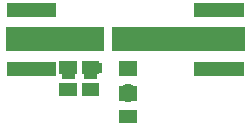
<source format=gbr>
%FSLAX32Y32*%
%MOMM*%
%LNLOETSTOP1*%
G71*
G01*
%ADD10C, 1.60*%
%LPD*%
G36*
X804Y841D02*
X804Y761D01*
X704Y761D01*
X704Y841D01*
X804Y841D01*
G37*
G36*
X1050Y841D02*
X1050Y761D01*
X950Y761D01*
X950Y841D01*
X1050Y841D01*
G37*
G36*
X-4Y1354D02*
X416Y1354D01*
X416Y1234D01*
X-4Y1234D01*
X-4Y1354D01*
G37*
G36*
X-4Y854D02*
X416Y854D01*
X416Y734D01*
X-4Y734D01*
X-4Y854D01*
G37*
G36*
X-4Y1108D02*
X416Y1108D01*
X416Y988D01*
X-4Y988D01*
X-4Y1108D01*
G37*
G36*
X1584Y1354D02*
X2004Y1354D01*
X2004Y1234D01*
X1584Y1234D01*
X1584Y1354D01*
G37*
G36*
X1584Y854D02*
X2004Y854D01*
X2004Y734D01*
X1584Y734D01*
X1584Y854D01*
G37*
G36*
X1584Y1108D02*
X2004Y1108D01*
X2004Y988D01*
X1584Y988D01*
X1584Y1108D01*
G37*
G36*
X-10Y1150D02*
X816Y1150D01*
X816Y945D01*
X-10Y945D01*
X-10Y1150D01*
G37*
G36*
X891Y1150D02*
X2010Y1150D01*
X2010Y945D01*
X891Y945D01*
X891Y1150D01*
G37*
X1024Y587D02*
G54D10*
D03*
G36*
X591Y1055D02*
X591Y945D01*
X441Y945D01*
X441Y1055D01*
X591Y1055D01*
G37*
G36*
X591Y865D02*
X591Y755D01*
X441Y755D01*
X441Y865D01*
X591Y865D01*
G37*
G36*
X591Y864D02*
X591Y754D01*
X441Y754D01*
X441Y864D01*
X591Y864D01*
G37*
G36*
X591Y674D02*
X591Y564D01*
X441Y564D01*
X441Y674D01*
X591Y674D01*
G37*
G36*
X1099Y634D02*
X1099Y524D01*
X949Y524D01*
X949Y634D01*
X1099Y634D01*
G37*
G36*
X1099Y444D02*
X1099Y334D01*
X949Y334D01*
X949Y444D01*
X1099Y444D01*
G37*
G36*
X761Y711D02*
X651Y711D01*
X651Y861D01*
X761Y861D01*
X761Y711D01*
G37*
G36*
X571Y711D02*
X461Y711D01*
X461Y861D01*
X571Y861D01*
X571Y711D01*
G37*
G36*
X781Y864D02*
X781Y754D01*
X631Y754D01*
X631Y864D01*
X781Y864D01*
G37*
G36*
X781Y674D02*
X781Y564D01*
X631Y564D01*
X631Y674D01*
X781Y674D01*
G37*
G36*
X1000Y972D02*
X890Y972D01*
X890Y1122D01*
X1000Y1122D01*
X1000Y972D01*
G37*
G36*
X810Y973D02*
X700Y972D01*
X700Y1122D01*
X810Y1123D01*
X810Y973D01*
G37*
G36*
X1099Y1055D02*
X1099Y945D01*
X949Y945D01*
X949Y1055D01*
X1099Y1055D01*
G37*
G36*
X1099Y865D02*
X1099Y755D01*
X949Y755D01*
X949Y865D01*
X1099Y865D01*
G37*
G36*
X1099Y841D02*
X1099Y731D01*
X949Y731D01*
X949Y841D01*
X1099Y841D01*
G37*
G36*
X1099Y651D02*
X1099Y541D01*
X949Y541D01*
X949Y651D01*
X1099Y651D01*
G37*
M02*

</source>
